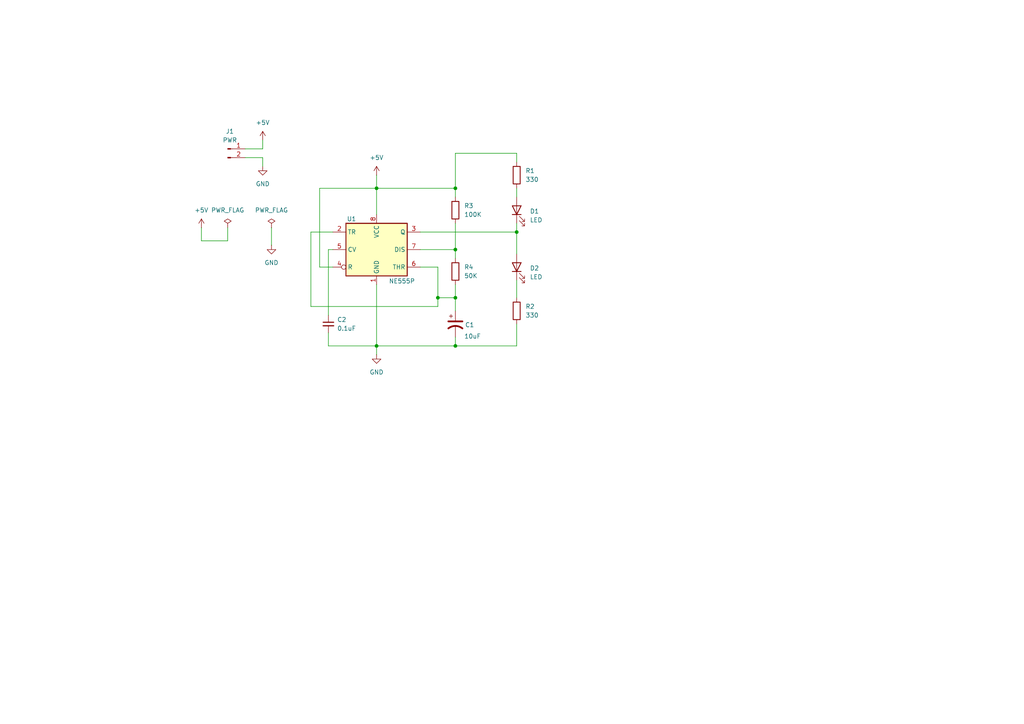
<source format=kicad_sch>
(kicad_sch (version 20250114) (generator "eeschema") (generator_version "9.0")
  (paper "A4")
  (lib_symbols
    (symbol "Connector:Conn_01x02_Pin" (pin_names (offset 1.016) (hide yes))
      (property "Reference" "J" (at 0 2.54 0))
      (property "Value" "Conn_01x02_Pin" (at 0 -5.08 0))
      (symbol "Conn_01x02_Pin_1_1"
        (rectangle (start 0.8636 0.127) (end 0 -0.127) (stroke (width 0.1524)) (fill (type outline)))
        (rectangle (start 0.8636 -2.413) (end 0 -2.667) (stroke (width 0.1524)) (fill (type outline)))
        (polyline (pts (xy 1.27 0) (xy 0.8636 0)) (stroke (width 0.1524)))
        (polyline (pts (xy 1.27 -2.54) (xy 0.8636 -2.54)) (stroke (width 0.1524)))
        (pin passive line (at 5.08 0 180) (length 3.81) (name "Pin_1") (number "1"))
        (pin passive line (at 5.08 -2.54 180) (length 3.81) (name "Pin_2") (number "2"))
      )
    )
    (symbol "Device:C_Polarized_US" (pin_numbers (hide yes)) (pin_names (offset 0.254) (hide yes))
      (property "Reference" "C" (at 0.635 2.54 0))
      (property "Value" "C_Polarized_US" (at 0.635 -2.54 0))
      (symbol "C_Polarized_US_0_1"
        (polyline (pts (xy -2.032 0.762) (xy 2.032 0.762)) (stroke (width 0.508)))
        (polyline (pts (xy -1.778 2.286) (xy -0.762 2.286)))
        (polyline (pts (xy -1.27 1.778) (xy -1.27 2.794)))
        (arc (start -2.032 -1.27) (mid 0 -0.5572) (end 2.032 -1.27) (stroke (width 0.508)))
      )
      (symbol "C_Polarized_US_1_1"
        (pin passive line (at 0 3.81 270) (length 2.794) (name "~") (number "1"))
        (pin passive line (at 0 -3.81 90) (length 3.302) (name "~") (number "2"))
      )
    )
    (symbol "Device:C_Small" (pin_numbers (hide yes)) (pin_names (offset 0.254) (hide yes))
      (property "Reference" "C" (at 0.254 1.778 0))
      (property "Value" "C_Small" (at 0.254 -2.032 0))
      (symbol "C_Small_0_1"
        (polyline (pts (xy -1.524 0.508) (xy 1.524 0.508)) (stroke (width 0.3048)))
        (polyline (pts (xy -1.524 -0.508) (xy 1.524 -0.508)) (stroke (width 0.3302)))
      )
      (symbol "C_Small_1_1"
        (pin passive line (at 0 2.54 270) (length 2.032) (name "~") (number "1"))
        (pin passive line (at 0 -2.54 90) (length 2.032) (name "~") (number "2"))
      )
    )
    (symbol "Device:LED" (pin_numbers (hide yes)) (pin_names (offset 1.016) (hide yes))
      (property "Reference" "D" (at 0 2.54 0))
      (property "Value" "LED" (at 0 -2.54 0))
      (symbol "LED_0_1"
        (polyline (pts (xy -3.048 -0.762) (xy -4.572 -2.286) (xy -3.81 -2.286) (xy -4.572 -2.286) (xy -4.572 -1.524)))
        (polyline (pts (xy -1.778 -0.762) (xy -3.302 -2.286) (xy -2.54 -2.286) (xy -3.302 -2.286) (xy -3.302 -1.524)))
        (polyline (pts (xy -1.27 0) (xy 1.27 0)))
        (polyline (pts (xy -1.27 -1.27) (xy -1.27 1.27)) (stroke (width 0.254)))
        (polyline (pts (xy 1.27 -1.27) (xy 1.27 1.27) (xy -1.27 0) (xy 1.27 -1.27)) (stroke (width 0.254)))
      )
      (symbol "LED_1_1"
        (pin passive line (at -3.81 0 0) (length 2.54) (name "K") (number "1"))
        (pin passive line (at 3.81 0 180) (length 2.54) (name "A") (number "2"))
      )
    )
    (symbol "Device:R" (pin_numbers (hide yes)) (pin_names (offset 0))
      (property "Reference" "R" (at 2.032 0 90))
      (property "Value" "R" (at 0 0 90))
      (symbol "R_0_1"
        (rectangle (start -1.016 -2.54) (end 1.016 2.54) (stroke (width 0.254)))
      )
      (symbol "R_1_1"
        (pin passive line (at 0 3.81 270) (length 1.27) (name "~") (number "1"))
        (pin passive line (at 0 -3.81 90) (length 1.27) (name "~") (number "2"))
      )
    )
    (symbol "Timer:NE555P"
      (property "Reference" "U" (at -10.16 8.89 0))
      (property "Value" "NE555P" (at 2.54 8.89 0))
      (symbol "NE555P_0_0"
        (pin power_in line (at 0 10.16 270) (length 2.54) (name "VCC") (number "8"))
        (pin power_in line (at 0 -10.16 90) (length 2.54) (name "GND") (number "1"))
      )
      (symbol "NE555P_0_1"
        (rectangle (start -8.89 -7.62) (end 8.89 7.62) (stroke (width 0.254)) (fill (type background)))
        (rectangle (start -8.89 -7.62) (end 8.89 7.62) (stroke (width 0.254)) (fill (type background)))
      )
      (symbol "NE555P_1_1"
        (pin input line (at -12.7 5.08 0) (length 3.81) (name "TR") (number "2"))
        (pin input line (at -12.7 0 0) (length 3.81) (name "CV") (number "5"))
        (pin input inverted (at -12.7 -5.08 0) (length 3.81) (name "R") (number "4"))
        (pin output line (at 12.7 5.08 180) (length 3.81) (name "Q") (number "3"))
        (pin input line (at 12.7 0 180) (length 3.81) (name "DIS") (number "7"))
        (pin input line (at 12.7 -5.08 180) (length 3.81) (name "THR") (number "6"))
      )
    )
    (symbol "power:+5V" (power) (pin_numbers (hide yes)) (pin_names (offset 0) (hide yes))
      (property "Value" "+5V" (at 0 3.556 0))
      (symbol "+5V_0_1"
        (polyline (pts (xy -0.762 1.27) (xy 0 2.54)))
        (polyline (pts (xy 0 2.54) (xy 0.762 1.27)))
        (polyline (pts (xy 0 0) (xy 0 2.54)))
      )
      (symbol "+5V_1_1"
        (pin power_in line (at 0 0 90) (length 0) (name "~") (number "1"))
      )
    )
    (symbol "power:GND" (power) (pin_numbers (hide yes)) (pin_names (offset 0) (hide yes))
      (property "Value" "GND" (at 0 -3.81 0))
      (symbol "GND_0_1"
        (polyline (pts (xy 0 0) (xy 0 -1.27) (xy 1.27 -1.27) (xy 0 -2.54) (xy -1.27 -1.27) (xy 0 -1.27)))
      )
      (symbol "GND_1_1"
        (pin power_in line (at 0 0 270) (length 0) (name "~") (number "1"))
      )
    )
    (symbol "power:PWR_FLAG" (power) (pin_numbers (hide yes)) (pin_names (offset 0) (hide yes))
      (property "Value" "PWR_FLAG" (at 0 3.81 0))
      (symbol "PWR_FLAG_0_0"
        (pin power_out line (at 0 0 90) (length 0) (name "~") (number "1"))
      )
      (symbol "PWR_FLAG_0_1"
        (polyline (pts (xy 0 0) (xy 0 1.27) (xy -1.016 1.905) (xy 0 2.54) (xy 1.016 1.905) (xy 0 1.27)))
      )
    )
  )
  (junction (at 109.22 54.61))
  (junction (at 132.08 86.36))
  (junction (at 127 86.36))
  (junction (at 132.08 54.61))
  (junction (at 132.08 72.39))
  (junction (at 109.22 100.33))
  (junction (at 149.86 67.31))
  (junction (at 132.08 100.33))
  (wire (pts (xy 132.08 100.33) (xy 109.22 100.33)))
  (wire (pts (xy 132.08 57.15) (xy 132.08 54.61)))
  (wire (pts (xy 149.86 44.45) (xy 132.08 44.45)))
  (wire (pts (xy 149.86 64.77) (xy 149.86 67.31)))
  (wire (pts (xy 149.86 54.61) (xy 149.86 57.15)))
  (wire (pts (xy 109.22 54.61) (xy 132.08 54.61)))
  (wire (pts (xy 58.42 66.04) (xy 58.42 69.85)))
  (wire (pts (xy 109.22 50.8) (xy 109.22 54.61)))
  (wire (pts (xy 76.2 43.18) (xy 76.2 40.64)))
  (wire (pts (xy 71.12 43.18) (xy 76.2 43.18)))
  (wire (pts (xy 132.08 82.55) (xy 132.08 86.36)))
  (wire (pts (xy 58.42 69.85) (xy 66.04 69.85)))
  (wire (pts (xy 71.12 45.72) (xy 76.2 45.72)))
  (wire (pts (xy 149.86 93.98) (xy 149.86 100.33)))
  (wire (pts (xy 90.17 88.9) (xy 90.17 67.31)))
  (wire (pts (xy 76.2 45.72) (xy 76.2 48.26)))
  (wire (pts (xy 96.52 77.47) (xy 92.71 77.47)))
  (wire (pts (xy 109.22 100.33) (xy 109.22 102.87)))
  (wire (pts (xy 90.17 67.31) (xy 96.52 67.31)))
  (wire (pts (xy 95.25 72.39) (xy 95.25 91.44)))
  (wire (pts (xy 92.71 54.61) (xy 109.22 54.61)))
  (wire (pts (xy 132.08 72.39) (xy 132.08 74.93)))
  (wire (pts (xy 127 86.36) (xy 132.08 86.36)))
  (wire (pts (xy 66.04 69.85) (xy 66.04 66.04)))
  (wire (pts (xy 78.74 66.04) (xy 78.74 71.12)))
  (wire (pts (xy 132.08 64.77) (xy 132.08 72.39)))
  (wire (pts (xy 132.08 86.36) (xy 132.08 90.17)))
  (wire (pts (xy 149.86 67.31) (xy 149.86 73.66)))
  (wire (pts (xy 121.92 67.31) (xy 149.86 67.31)))
  (wire (pts (xy 127 86.36) (xy 127 77.47)))
  (wire (pts (xy 132.08 44.45) (xy 132.08 54.61)))
  (wire (pts (xy 121.92 72.39) (xy 132.08 72.39)))
  (wire (pts (xy 92.71 77.47) (xy 92.71 54.61)))
  (wire (pts (xy 149.86 100.33) (xy 132.08 100.33)))
  (wire (pts (xy 95.25 96.52) (xy 95.25 100.33)))
  (wire (pts (xy 95.25 100.33) (xy 109.22 100.33)))
  (wire (pts (xy 109.22 82.55) (xy 109.22 100.33)))
  (wire (pts (xy 96.52 72.39) (xy 95.25 72.39)))
  (wire (pts (xy 132.08 97.79) (xy 132.08 100.33)))
  (wire (pts (xy 149.86 81.28) (xy 149.86 86.36)))
  (wire (pts (xy 109.22 54.61) (xy 109.22 62.23)))
  (wire (pts (xy 127 77.47) (xy 121.92 77.47)))
  (wire (pts (xy 149.86 46.99) (xy 149.86 44.45)))
  (wire (pts (xy 127 88.9) (xy 127 86.36)))
  (wire (pts (xy 90.17 88.9) (xy 127 88.9)))
  (symbol (lib_id "power:PWR_FLAG") (at 78.74 66.04 0) (unit 1)
    (property "Reference" "#FLG02" (effects (hide yes)))
    (property "Value" "PWR_FLAG" (at 78.74 60.96 0))
    (property "Description" "Special symbol for telling ERC where power comes from" (effects (hide yes)))
  )
  (symbol (lib_id "Device:R") (at 149.86 50.8 0) (unit 1)
    (property "Reference" "R1" (at 152.4 49.5299 0) (effects (justify left)))
    (property "Value" "330" (at 152.4 52.0699 0) (effects (justify left)))
    (property "Footprint" "Resistor_THT:R_Axial_DIN0204_L3.6mm_D1.6mm_P5.08mm_Horizontal" (effects (hide yes)))
    (property "Description" "Resistor" (effects (hide yes)))
  )
  (symbol (lib_id "Device:LED") (at 149.86 77.47 90) (unit 1)
    (property "Reference" "D2" (at 153.67 77.7874 90) (effects (justify right)))
    (property "Value" "LED" (at 153.67 80.3274 90) (effects (justify right)))
    (property "Footprint" "LED_THT:LED_D3.0mm" (effects (hide yes)))
    (property "Description" "Light emitting diode" (effects (hide yes)))
    (property "Sim.Pins" "1=K 2=A" (effects (hide yes)))
  )
  (symbol (lib_id "Device:C_Polarized_US") (at 132.08 93.98 0) (unit 1)
    (property "Reference" "C1" (at 134.874 94.234 0) (effects (justify left)))
    (property "Value" "10uF" (at 134.62 97.536 0) (effects (justify left)))
    (property "Footprint" "Capacitor_THT:CP_Radial_D6.3mm_P2.50mm" (effects (hide yes)))
    (property "Description" "Polarized capacitor, US symbol" (effects (hide yes)))
  )
  (symbol (lib_id "Device:R") (at 132.08 78.74 0) (unit 1)
    (property "Reference" "R4" (at 134.62 77.4699 0) (effects (justify left)))
    (property "Value" "50K" (at 134.62 80.0099 0) (effects (justify left)))
    (property "Footprint" "Resistor_THT:R_Axial_DIN0204_L3.6mm_D1.6mm_P5.08mm_Horizontal" (effects (hide yes)))
    (property "Description" "Resistor" (effects (hide yes)))
  )
  (symbol (lib_id "power:GND") (at 109.22 102.87 0) (unit 1)
    (property "Reference" "#PWR02" (effects (hide yes)))
    (property "Value" "GND" (at 109.22 107.95 0))
    (property "Description" "Power symbol creates a global label with name \"GND\" , ground" (effects (hide yes)))
  )
  (symbol (lib_id "power:GND") (at 78.74 71.12 0) (unit 1)
    (property "Reference" "#PWR06" (effects (hide yes)))
    (property "Value" "GND" (at 78.74 76.2 0))
    (property "Description" "Power symbol creates a global label with name \"GND\" , ground" (effects (hide yes)))
  )
  (symbol (lib_id "Connector:Conn_01x02_Pin") (at 66.04 43.18 0) (unit 1)
    (property "Reference" "J1" (at 66.675 38.1 0))
    (property "Value" "PWR" (at 66.675 40.64 0))
    (property "Footprint" "Connector_Molex:Molex_KK-254_AE-6410-02A_1x02_P2.54mm_Vertical" (effects (hide yes)))
    (property "Description" "Generic connector, single row, 01x02, script generated" (effects (hide yes)))
  )
  (symbol (lib_id "Device:LED") (at 149.86 60.96 90) (unit 1)
    (property "Reference" "D1" (at 153.67 61.2774 90) (effects (justify right)))
    (property "Value" "LED" (at 153.67 63.8174 90) (effects (justify right)))
    (property "Footprint" "LED_THT:LED_D3.0mm" (effects (hide yes)))
    (property "Description" "Light emitting diode" (effects (hide yes)))
    (property "Sim.Pins" "1=K 2=A" (effects (hide yes)))
  )
  (symbol (lib_id "power:+5V") (at 58.42 66.04 0) (unit 1)
    (property "Reference" "#PWR05" (effects (hide yes)))
    (property "Value" "+5V" (at 58.42 60.96 0))
    (property "Description" "Power symbol creates a global label with name \"+5V\"" (effects (hide yes)))
  )
  (symbol (lib_id "Device:R") (at 132.08 60.96 0) (unit 1)
    (property "Reference" "R3" (at 134.62 59.6899 0) (effects (justify left)))
    (property "Value" "100K" (at 134.62 62.2299 0) (effects (justify left)))
    (property "Footprint" "Resistor_THT:R_Axial_DIN0204_L3.6mm_D1.6mm_P5.08mm_Horizontal" (effects (hide yes)))
    (property "Description" "Resistor" (effects (hide yes)))
  )
  (symbol (lib_id "power:GND") (at 76.2 48.26 0) (unit 1)
    (property "Reference" "#PWR04" (effects (hide yes)))
    (property "Value" "GND" (at 76.2 53.34 0))
    (property "Description" "Power symbol creates a global label with name \"GND\" , ground" (effects (hide yes)))
  )
  (symbol (lib_id "power:+5V") (at 109.22 50.8 0) (unit 1)
    (property "Reference" "#PWR01" (effects (hide yes)))
    (property "Value" "+5V" (at 109.22 45.72 0))
    (property "Description" "Power symbol creates a global label with name \"+5V\"" (effects (hide yes)))
  )
  (symbol (lib_id "Timer:NE555P") (at 109.22 72.39 0) (unit 1)
    (property "Reference" "U1" (at 100.584 63.5 0) (effects (justify left)))
    (property "Value" "NE555P" (at 112.776 81.534 0) (effects (justify left)))
    (property "Footprint" "Package_DIP:DIP-8_W7.62mm" (effects (hide yes)))
    (property "Datasheet" "http://www.ti.com/lit/ds/symlink/ne555.pdf" (effects (hide yes)))
    (property "Description" "Precision Timers, 555 compatible,  PDIP-8" (effects (hide yes)))
  )
  (symbol (lib_id "power:+5V") (at 76.2 40.64 0) (unit 1)
    (property "Reference" "#PWR03" (effects (hide yes)))
    (property "Value" "+5V" (at 76.2 35.56 0))
    (property "Description" "Power symbol creates a global label with name \"+5V\"" (effects (hide yes)))
  )
  (symbol (lib_id "power:PWR_FLAG") (at 66.04 66.04 0) (unit 1)
    (property "Reference" "#FLG01" (effects (hide yes)))
    (property "Value" "PWR_FLAG" (at 66.04 60.96 0))
    (property "Description" "Special symbol for telling ERC where power comes from" (effects (hide yes)))
  )
  (symbol (lib_id "Device:R") (at 149.86 90.17 0) (unit 1)
    (property "Reference" "R2" (at 152.4 88.8999 0) (effects (justify left)))
    (property "Value" "330" (at 152.4 91.4399 0) (effects (justify left)))
    (property "Footprint" "Resistor_THT:R_Axial_DIN0204_L3.6mm_D1.6mm_P5.08mm_Horizontal" (effects (hide yes)))
    (property "Description" "Resistor" (effects (hide yes)))
  )
  (symbol (lib_id "Device:C_Small") (at 95.25 93.98 0) (unit 1)
    (property "Reference" "C2" (at 97.79 92.7162 0) (effects (justify left)))
    (property "Value" "0.1uF" (at 97.79 95.2562 0) (effects (justify left)))
    (property "Footprint" "Capacitor_THT:C_Disc_D3.0mm_W2.0mm_P2.50mm" (effects (hide yes)))
    (property "Description" "Unpolarized capacitor, small symbol" (effects (hide yes)))
  )
)
</source>
